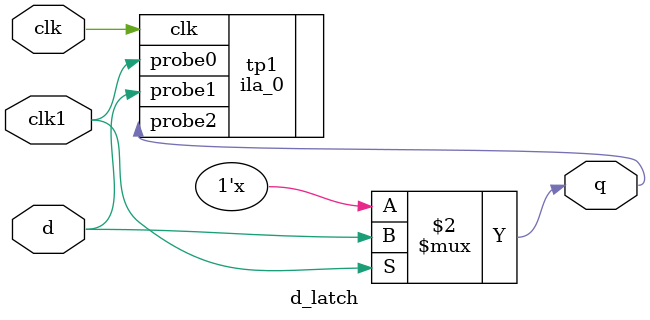
<source format=v>
module d_latch(clk, clk1, d, q);
    input   clk, clk1, d;
    output  q;
    reg     q;
    ila_0 tp1 (
        .clk(clk), // input wire clk
    
    
        .probe0(clk1), // input wire [0:0]  probe0  
        .probe1(d), // input wire [0:0]  probe1 
        .probe2(q) // input wire [0:0]  probe2
    );
    always @(clk1 or d) begin
        if(clk1)
            q <= d;
    end
endmodule
</source>
